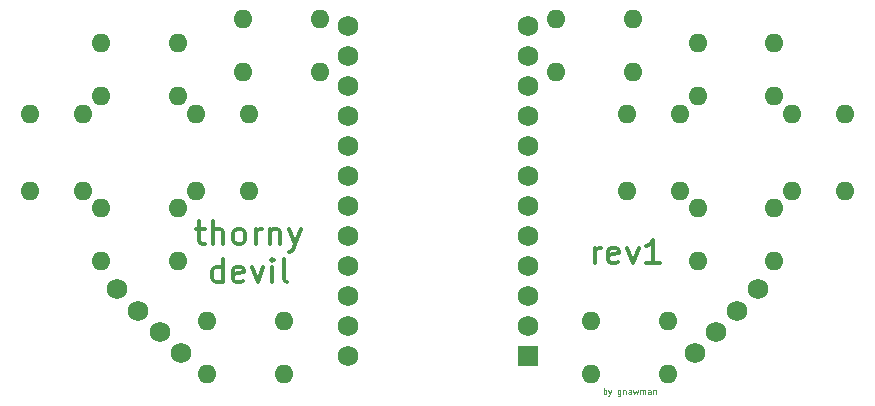
<source format=gts>
G04 #@! TF.GenerationSoftware,KiCad,Pcbnew,(6.0.8)*
G04 #@! TF.CreationDate,2023-06-20T19:58:12+10:00*
G04 #@! TF.ProjectId,thorny_devil,74686f72-6e79-45f6-9465-76696c2e6b69,rev?*
G04 #@! TF.SameCoordinates,Original*
G04 #@! TF.FileFunction,Soldermask,Top*
G04 #@! TF.FilePolarity,Negative*
%FSLAX46Y46*%
G04 Gerber Fmt 4.6, Leading zero omitted, Abs format (unit mm)*
G04 Created by KiCad (PCBNEW (6.0.8)) date 2023-06-20 19:58:12*
%MOMM*%
%LPD*%
G01*
G04 APERTURE LIST*
%ADD10C,0.300000*%
%ADD11C,0.052500*%
%ADD12C,1.752600*%
%ADD13R,1.752600X1.752600*%
%ADD14O,1.600000X1.600000*%
G04 APERTURE END LIST*
D10*
X95523809Y-58211428D02*
X96285714Y-58211428D01*
X95809523Y-57544761D02*
X95809523Y-59259047D01*
X95904761Y-59449523D01*
X96095238Y-59544761D01*
X96285714Y-59544761D01*
X96952380Y-59544761D02*
X96952380Y-57544761D01*
X97809523Y-59544761D02*
X97809523Y-58497142D01*
X97714285Y-58306666D01*
X97523809Y-58211428D01*
X97238095Y-58211428D01*
X97047619Y-58306666D01*
X96952380Y-58401904D01*
X99047619Y-59544761D02*
X98857142Y-59449523D01*
X98761904Y-59354285D01*
X98666666Y-59163809D01*
X98666666Y-58592380D01*
X98761904Y-58401904D01*
X98857142Y-58306666D01*
X99047619Y-58211428D01*
X99333333Y-58211428D01*
X99523809Y-58306666D01*
X99619047Y-58401904D01*
X99714285Y-58592380D01*
X99714285Y-59163809D01*
X99619047Y-59354285D01*
X99523809Y-59449523D01*
X99333333Y-59544761D01*
X99047619Y-59544761D01*
X100571428Y-59544761D02*
X100571428Y-58211428D01*
X100571428Y-58592380D02*
X100666666Y-58401904D01*
X100761904Y-58306666D01*
X100952380Y-58211428D01*
X101142857Y-58211428D01*
X101809523Y-58211428D02*
X101809523Y-59544761D01*
X101809523Y-58401904D02*
X101904761Y-58306666D01*
X102095238Y-58211428D01*
X102380952Y-58211428D01*
X102571428Y-58306666D01*
X102666666Y-58497142D01*
X102666666Y-59544761D01*
X103428571Y-58211428D02*
X103904761Y-59544761D01*
X104380952Y-58211428D02*
X103904761Y-59544761D01*
X103714285Y-60020952D01*
X103619047Y-60116190D01*
X103428571Y-60211428D01*
X97809523Y-62764761D02*
X97809523Y-60764761D01*
X97809523Y-62669523D02*
X97619047Y-62764761D01*
X97238095Y-62764761D01*
X97047619Y-62669523D01*
X96952380Y-62574285D01*
X96857142Y-62383809D01*
X96857142Y-61812380D01*
X96952380Y-61621904D01*
X97047619Y-61526666D01*
X97238095Y-61431428D01*
X97619047Y-61431428D01*
X97809523Y-61526666D01*
X99523809Y-62669523D02*
X99333333Y-62764761D01*
X98952380Y-62764761D01*
X98761904Y-62669523D01*
X98666666Y-62479047D01*
X98666666Y-61717142D01*
X98761904Y-61526666D01*
X98952380Y-61431428D01*
X99333333Y-61431428D01*
X99523809Y-61526666D01*
X99619047Y-61717142D01*
X99619047Y-61907619D01*
X98666666Y-62098095D01*
X100285714Y-61431428D02*
X100761904Y-62764761D01*
X101238095Y-61431428D01*
X102000000Y-62764761D02*
X102000000Y-61431428D01*
X102000000Y-60764761D02*
X101904761Y-60860000D01*
X102000000Y-60955238D01*
X102095238Y-60860000D01*
X102000000Y-60764761D01*
X102000000Y-60955238D01*
X103238095Y-62764761D02*
X103047619Y-62669523D01*
X102952380Y-62479047D01*
X102952380Y-60764761D01*
X129285714Y-61154761D02*
X129285714Y-59821428D01*
X129285714Y-60202380D02*
X129380952Y-60011904D01*
X129476190Y-59916666D01*
X129666666Y-59821428D01*
X129857142Y-59821428D01*
X131285714Y-61059523D02*
X131095238Y-61154761D01*
X130714285Y-61154761D01*
X130523809Y-61059523D01*
X130428571Y-60869047D01*
X130428571Y-60107142D01*
X130523809Y-59916666D01*
X130714285Y-59821428D01*
X131095238Y-59821428D01*
X131285714Y-59916666D01*
X131380952Y-60107142D01*
X131380952Y-60297619D01*
X130428571Y-60488095D01*
X132047619Y-59821428D02*
X132523809Y-61154761D01*
X133000000Y-59821428D01*
X134809523Y-61154761D02*
X133666666Y-61154761D01*
X134238095Y-61154761D02*
X134238095Y-59154761D01*
X134047619Y-59440476D01*
X133857142Y-59630952D01*
X133666666Y-59726190D01*
D11*
X130035714Y-72226190D02*
X130035714Y-71726190D01*
X130035714Y-71916666D02*
X130083333Y-71892857D01*
X130178571Y-71892857D01*
X130226190Y-71916666D01*
X130250000Y-71940476D01*
X130273809Y-71988095D01*
X130273809Y-72130952D01*
X130250000Y-72178571D01*
X130226190Y-72202380D01*
X130178571Y-72226190D01*
X130083333Y-72226190D01*
X130035714Y-72202380D01*
X130440476Y-71892857D02*
X130559523Y-72226190D01*
X130678571Y-71892857D02*
X130559523Y-72226190D01*
X130511904Y-72345238D01*
X130488095Y-72369047D01*
X130440476Y-72392857D01*
X131464285Y-71892857D02*
X131464285Y-72297619D01*
X131440476Y-72345238D01*
X131416666Y-72369047D01*
X131369047Y-72392857D01*
X131297619Y-72392857D01*
X131250000Y-72369047D01*
X131464285Y-72202380D02*
X131416666Y-72226190D01*
X131321428Y-72226190D01*
X131273809Y-72202380D01*
X131250000Y-72178571D01*
X131226190Y-72130952D01*
X131226190Y-71988095D01*
X131250000Y-71940476D01*
X131273809Y-71916666D01*
X131321428Y-71892857D01*
X131416666Y-71892857D01*
X131464285Y-71916666D01*
X131702380Y-71892857D02*
X131702380Y-72226190D01*
X131702380Y-71940476D02*
X131726190Y-71916666D01*
X131773809Y-71892857D01*
X131845238Y-71892857D01*
X131892857Y-71916666D01*
X131916666Y-71964285D01*
X131916666Y-72226190D01*
X132369047Y-72226190D02*
X132369047Y-71964285D01*
X132345238Y-71916666D01*
X132297619Y-71892857D01*
X132202380Y-71892857D01*
X132154761Y-71916666D01*
X132369047Y-72202380D02*
X132321428Y-72226190D01*
X132202380Y-72226190D01*
X132154761Y-72202380D01*
X132130952Y-72154761D01*
X132130952Y-72107142D01*
X132154761Y-72059523D01*
X132202380Y-72035714D01*
X132321428Y-72035714D01*
X132369047Y-72011904D01*
X132559523Y-71892857D02*
X132654761Y-72226190D01*
X132750000Y-71988095D01*
X132845238Y-72226190D01*
X132940476Y-71892857D01*
X133130952Y-72226190D02*
X133130952Y-71892857D01*
X133130952Y-71940476D02*
X133154761Y-71916666D01*
X133202380Y-71892857D01*
X133273809Y-71892857D01*
X133321428Y-71916666D01*
X133345238Y-71964285D01*
X133345238Y-72226190D01*
X133345238Y-71964285D02*
X133369047Y-71916666D01*
X133416666Y-71892857D01*
X133488095Y-71892857D01*
X133535714Y-71916666D01*
X133559523Y-71964285D01*
X133559523Y-72226190D01*
X134011904Y-72226190D02*
X134011904Y-71964285D01*
X133988095Y-71916666D01*
X133940476Y-71892857D01*
X133845238Y-71892857D01*
X133797619Y-71916666D01*
X134011904Y-72202380D02*
X133964285Y-72226190D01*
X133845238Y-72226190D01*
X133797619Y-72202380D01*
X133773809Y-72154761D01*
X133773809Y-72107142D01*
X133797619Y-72059523D01*
X133845238Y-72035714D01*
X133964285Y-72035714D01*
X134011904Y-72011904D01*
X134250000Y-71892857D02*
X134250000Y-72226190D01*
X134250000Y-71940476D02*
X134273809Y-71916666D01*
X134321428Y-71892857D01*
X134392857Y-71892857D01*
X134440476Y-71916666D01*
X134464285Y-71964285D01*
X134464285Y-72226190D01*
D12*
X108380000Y-41030000D03*
X108380000Y-43570000D03*
X108380000Y-46110000D03*
X108380000Y-48650000D03*
X108380000Y-51190000D03*
X108380000Y-53730000D03*
X108380000Y-56270000D03*
X108380000Y-58810000D03*
X108380000Y-61350000D03*
X108380000Y-63890000D03*
X108380000Y-66430000D03*
X108380000Y-68970000D03*
X123620000Y-41030000D03*
X123620000Y-43570000D03*
X123620000Y-46110000D03*
X123620000Y-48650000D03*
X123620000Y-51190000D03*
X123620000Y-53730000D03*
X123620000Y-56270000D03*
X123620000Y-58810000D03*
X123620000Y-61350000D03*
X123620000Y-63890000D03*
X123620000Y-66430000D03*
D13*
X123620000Y-68970000D03*
D12*
X141342102Y-65157898D03*
X139546051Y-66953949D03*
X143138154Y-63361846D03*
X137750000Y-68750000D03*
X90657898Y-65157898D03*
X92453949Y-66953949D03*
X94250000Y-68750000D03*
X88861846Y-63361846D03*
D14*
X138000000Y-42500000D03*
X144500000Y-42500000D03*
X138000000Y-47000000D03*
X144500000Y-47000000D03*
X138000000Y-61000000D03*
X144500000Y-61000000D03*
X138000000Y-56500000D03*
X144500000Y-56500000D03*
X87500000Y-61000000D03*
X94000000Y-61000000D03*
X94000000Y-56500000D03*
X87500000Y-56500000D03*
X132000000Y-48500000D03*
X132000000Y-55000000D03*
X136500000Y-55000000D03*
X136500000Y-48500000D03*
X150500000Y-55000000D03*
X150500000Y-48500000D03*
X146000000Y-55000000D03*
X146000000Y-48500000D03*
X103000000Y-70500000D03*
X96500000Y-70500000D03*
X103000000Y-66000000D03*
X96500000Y-66000000D03*
X94000000Y-42500000D03*
X87500000Y-42500000D03*
X94000000Y-47000000D03*
X87500000Y-47000000D03*
X106000000Y-40500000D03*
X99500000Y-40500000D03*
X106000000Y-45000000D03*
X99500000Y-45000000D03*
X95500000Y-55000000D03*
X95500000Y-48500000D03*
X100000000Y-48500000D03*
X100000000Y-55000000D03*
X81500000Y-55000000D03*
X81500000Y-48500000D03*
X86000000Y-48500000D03*
X86000000Y-55000000D03*
X129000000Y-70500000D03*
X135500000Y-70500000D03*
X135500000Y-66000000D03*
X129000000Y-66000000D03*
X126000000Y-40500000D03*
X132500000Y-40500000D03*
X132500000Y-45000000D03*
X126000000Y-45000000D03*
M02*

</source>
